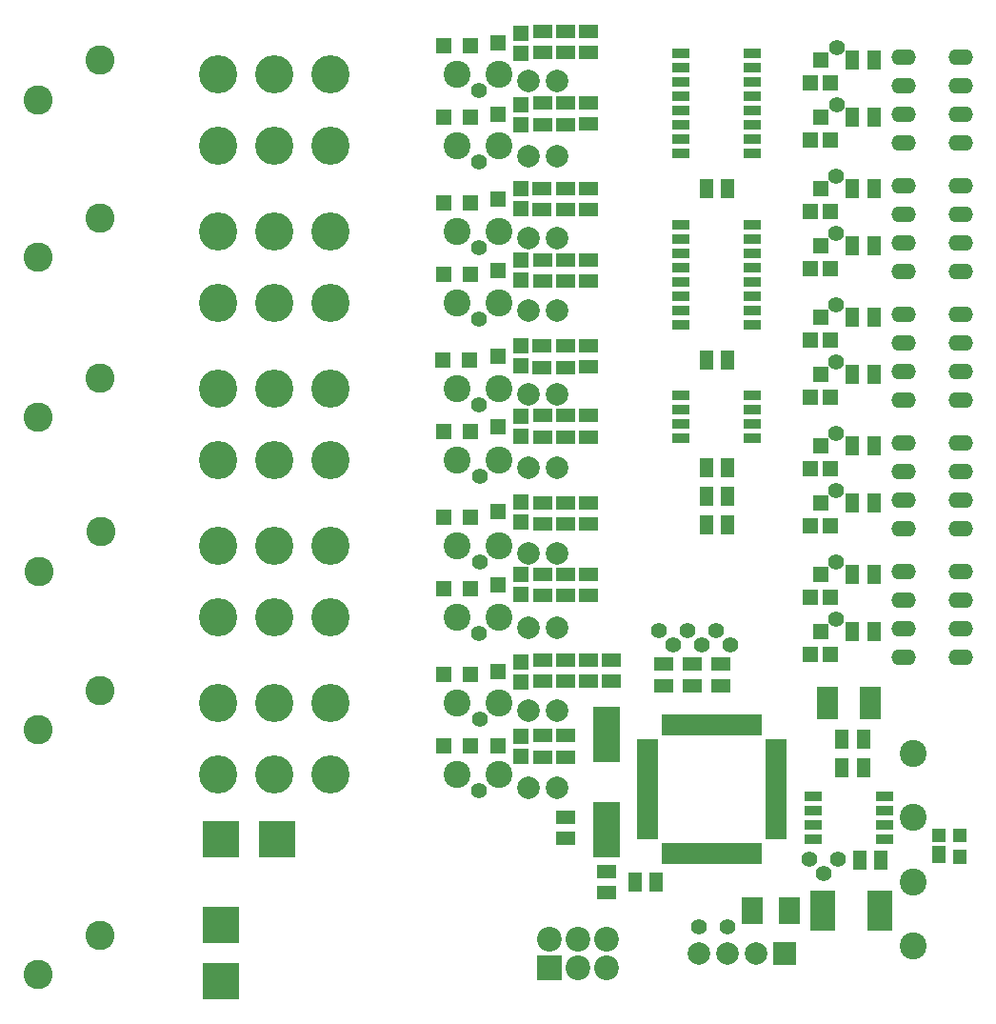
<source format=gbr>
G04 #@! TF.GenerationSoftware,KiCad,Pcbnew,5.0.0-fee4fd1~66~ubuntu16.04.1*
G04 #@! TF.CreationDate,2018-09-26T20:30:15+02:00*
G04 #@! TF.ProjectId,motor_switch_3pole_5x,6D6F746F725F7377697463685F33706F,A*
G04 #@! TF.SameCoordinates,Original*
G04 #@! TF.FileFunction,Soldermask,Bot*
G04 #@! TF.FilePolarity,Negative*
%FSLAX46Y46*%
G04 Gerber Fmt 4.6, Leading zero omitted, Abs format (unit mm)*
G04 Created by KiCad (PCBNEW 5.0.0-fee4fd1~66~ubuntu16.04.1) date Wed Sep 26 20:30:15 2018*
%MOMM*%
%LPD*%
G01*
G04 APERTURE LIST*
%ADD10R,1.543000X0.908000*%
%ADD11C,2.400000*%
%ADD12C,2.000000*%
%ADD13R,2.000000X2.000000*%
%ADD14R,2.200000X2.200000*%
%ADD15C,2.200000*%
%ADD16C,3.400000*%
%ADD17C,2.600000*%
%ADD18R,1.797000X1.289000*%
%ADD19R,1.314400X1.314400*%
%ADD20C,1.250000*%
%ADD21C,0.100000*%
%ADD22R,1.250000X1.250000*%
%ADD23R,1.250000X1.600000*%
%ADD24R,2.180540X3.600400*%
%ADD25O,2.200000X1.400000*%
%ADD26R,1.289000X1.797000*%
%ADD27R,1.924000X2.432000*%
%ADD28R,1.901140X2.899360*%
%ADD29R,2.398980X4.900880*%
%ADD30R,0.950000X1.900000*%
%ADD31R,1.900000X0.950000*%
%ADD32R,3.300000X3.300000*%
%ADD33C,1.400000*%
G04 APERTURE END LIST*
D10*
G04 #@! TO.C,U1*
X169215000Y-61595000D03*
X162865000Y-62865000D03*
X162865000Y-61595000D03*
X162865000Y-60325000D03*
X162865000Y-59055000D03*
X162865000Y-57785000D03*
X162865000Y-56515000D03*
X162865000Y-55245000D03*
X162865000Y-53975000D03*
X169215000Y-53975000D03*
X169215000Y-55245000D03*
X169215000Y-56515000D03*
X169215000Y-57785000D03*
X169215000Y-59055000D03*
X169215000Y-60325000D03*
X169215000Y-62865000D03*
G04 #@! TD*
G04 #@! TO.C,U2*
X169215000Y-76835000D03*
X162865000Y-78105000D03*
X162865000Y-76835000D03*
X162865000Y-75565000D03*
X162865000Y-74295000D03*
X162865000Y-73025000D03*
X162865000Y-71755000D03*
X162865000Y-70485000D03*
X162865000Y-69215000D03*
X169215000Y-69215000D03*
X169215000Y-70485000D03*
X169215000Y-71755000D03*
X169215000Y-73025000D03*
X169215000Y-74295000D03*
X169215000Y-75565000D03*
X169215000Y-78105000D03*
G04 #@! TD*
G04 #@! TO.C,U3*
X162865000Y-88165000D03*
X162865000Y-86895000D03*
X162865000Y-85625000D03*
X162865000Y-84355000D03*
X169215000Y-84355000D03*
X169215000Y-85625000D03*
X169215000Y-86895000D03*
X169215000Y-88165000D03*
G04 #@! TD*
G04 #@! TO.C,U6*
X174625000Y-123825000D03*
X174625000Y-122555000D03*
X174625000Y-121285000D03*
X174625000Y-120015000D03*
X180975000Y-120015000D03*
X180975000Y-121285000D03*
X180975000Y-122555000D03*
X180975000Y-123825000D03*
G04 #@! TD*
D11*
G04 #@! TO.C,J13*
X183515000Y-133350000D03*
G04 #@! TD*
G04 #@! TO.C,J14*
X183515000Y-127635000D03*
G04 #@! TD*
G04 #@! TO.C,J15*
X183515000Y-121920000D03*
G04 #@! TD*
G04 #@! TO.C,J16*
X183515000Y-116205000D03*
G04 #@! TD*
D12*
G04 #@! TO.C,U7*
X164465000Y-133985000D03*
X167005000Y-133985000D03*
X169545000Y-133985000D03*
D13*
X172085000Y-133985000D03*
G04 #@! TD*
D14*
G04 #@! TO.C,J12*
X151130000Y-135255000D03*
D15*
X151130000Y-132715000D03*
X153670000Y-135255000D03*
X153670000Y-132715000D03*
X156210000Y-135255000D03*
X156210000Y-132715000D03*
G04 #@! TD*
D12*
G04 #@! TO.C,D23*
X149276000Y-56440000D03*
X151816000Y-56440000D03*
G04 #@! TD*
G04 #@! TO.C,D24*
X149276000Y-63146000D03*
X151816000Y-63146000D03*
G04 #@! TD*
G04 #@! TO.C,D25*
X149276000Y-70440000D03*
X151816000Y-70440000D03*
G04 #@! TD*
G04 #@! TO.C,D26*
X149276000Y-76862000D03*
X151816000Y-76862000D03*
G04 #@! TD*
G04 #@! TO.C,D27*
X149276000Y-84291500D03*
X151816000Y-84291500D03*
G04 #@! TD*
G04 #@! TO.C,D28*
X149276000Y-90832000D03*
X151816000Y-90832000D03*
G04 #@! TD*
G04 #@! TO.C,D29*
X149276000Y-98452000D03*
X151816000Y-98452000D03*
G04 #@! TD*
G04 #@! TO.C,D30*
X149276000Y-105056000D03*
X151816000Y-105056000D03*
G04 #@! TD*
G04 #@! TO.C,D31*
X149276000Y-112422000D03*
X151816000Y-112422000D03*
G04 #@! TD*
G04 #@! TO.C,D32*
X149276000Y-119280000D03*
X151816000Y-119280000D03*
G04 #@! TD*
D16*
G04 #@! TO.C,REL5*
X121685000Y-83820000D03*
X126685000Y-83820000D03*
X131685000Y-83820000D03*
D11*
X142935000Y-83820000D03*
X146685000Y-83820000D03*
G04 #@! TD*
D16*
G04 #@! TO.C,REL1*
X121685000Y-55880000D03*
X126685000Y-55880000D03*
X131685000Y-55880000D03*
D11*
X142935000Y-55880000D03*
X146685000Y-55880000D03*
G04 #@! TD*
D16*
G04 #@! TO.C,REL2*
X121685000Y-62230000D03*
X126685000Y-62230000D03*
X131685000Y-62230000D03*
D11*
X142935000Y-62230000D03*
X146685000Y-62230000D03*
G04 #@! TD*
D16*
G04 #@! TO.C,REL3*
X121685000Y-69850000D03*
X126685000Y-69850000D03*
X131685000Y-69850000D03*
D11*
X142935000Y-69850000D03*
X146685000Y-69850000D03*
G04 #@! TD*
D16*
G04 #@! TO.C,REL4*
X121685000Y-76200000D03*
X126685000Y-76200000D03*
X131685000Y-76200000D03*
D11*
X142935000Y-76200000D03*
X146685000Y-76200000D03*
G04 #@! TD*
D16*
G04 #@! TO.C,REL6*
X121685000Y-90170000D03*
X126685000Y-90170000D03*
X131685000Y-90170000D03*
D11*
X142935000Y-90170000D03*
X146685000Y-90170000D03*
G04 #@! TD*
D16*
G04 #@! TO.C,REL7*
X121685000Y-97790000D03*
X126685000Y-97790000D03*
X131685000Y-97790000D03*
D11*
X142935000Y-97790000D03*
X146685000Y-97790000D03*
G04 #@! TD*
D16*
G04 #@! TO.C,REL8*
X121685000Y-104140000D03*
X126685000Y-104140000D03*
X131685000Y-104140000D03*
D11*
X142935000Y-104140000D03*
X146685000Y-104140000D03*
G04 #@! TD*
D16*
G04 #@! TO.C,REL9*
X121685000Y-111760000D03*
X126685000Y-111760000D03*
X131685000Y-111760000D03*
D11*
X142935000Y-111760000D03*
X146685000Y-111760000D03*
G04 #@! TD*
D16*
G04 #@! TO.C,REL10*
X121685000Y-118110000D03*
X126685000Y-118110000D03*
X131685000Y-118110000D03*
D11*
X142935000Y-118110000D03*
X146685000Y-118110000D03*
G04 #@! TD*
D17*
G04 #@! TO.C,J2*
X105710000Y-58110000D03*
X111210000Y-54610000D03*
G04 #@! TD*
D18*
G04 #@! TO.C,R20*
X152578000Y-116522500D03*
X152578000Y-114617500D03*
G04 #@! TD*
G04 #@! TO.C,R15*
X150546000Y-109818500D03*
X150546000Y-107913500D03*
G04 #@! TD*
D19*
G04 #@! TO.C,Q7*
X146558000Y-94742000D03*
X148590000Y-93853000D03*
X148590000Y-95631000D03*
G04 #@! TD*
G04 #@! TO.C,D11*
X175260000Y-54610000D03*
X176149000Y-56642000D03*
X174371000Y-56642000D03*
G04 #@! TD*
G04 #@! TO.C,D12*
X175260000Y-59690000D03*
X176149000Y-61722000D03*
X174371000Y-61722000D03*
G04 #@! TD*
G04 #@! TO.C,D13*
X175260000Y-66040000D03*
X176149000Y-68072000D03*
X174371000Y-68072000D03*
G04 #@! TD*
G04 #@! TO.C,D14*
X175260000Y-71120000D03*
X176149000Y-73152000D03*
X174371000Y-73152000D03*
G04 #@! TD*
G04 #@! TO.C,D15*
X175260000Y-77470000D03*
X176149000Y-79502000D03*
X174371000Y-79502000D03*
G04 #@! TD*
G04 #@! TO.C,D16*
X175260000Y-82550000D03*
X176149000Y-84582000D03*
X174371000Y-84582000D03*
G04 #@! TD*
G04 #@! TO.C,D17*
X175260000Y-88900000D03*
X176149000Y-90932000D03*
X174371000Y-90932000D03*
G04 #@! TD*
G04 #@! TO.C,D18*
X175260000Y-93980000D03*
X176149000Y-96012000D03*
X174371000Y-96012000D03*
G04 #@! TD*
G04 #@! TO.C,D19*
X175260000Y-100330000D03*
X176149000Y-102362000D03*
X174371000Y-102362000D03*
G04 #@! TD*
G04 #@! TO.C,D20*
X175260000Y-105410000D03*
X176149000Y-107442000D03*
X174371000Y-107442000D03*
G04 #@! TD*
D20*
G04 #@! TO.C,D22*
X187640000Y-125410000D03*
D21*
G36*
X188265000Y-126035000D02*
X187015000Y-126035000D01*
X187015000Y-124785000D01*
X188265000Y-124785000D01*
X188265000Y-126035000D01*
X188265000Y-126035000D01*
G37*
D22*
X187640000Y-123510000D03*
X185740000Y-123510000D03*
D23*
X185740000Y-125229620D03*
G04 #@! TD*
D24*
G04 #@! TO.C,F2*
X180489200Y-130175000D03*
X175485400Y-130175000D03*
G04 #@! TD*
D17*
G04 #@! TO.C,J1*
X105710000Y-135890000D03*
X111210000Y-132390000D03*
G04 #@! TD*
G04 #@! TO.C,J3*
X105710000Y-72110000D03*
X111210000Y-68610000D03*
G04 #@! TD*
G04 #@! TO.C,J4*
X105710000Y-86360000D03*
X111210000Y-82860000D03*
G04 #@! TD*
G04 #@! TO.C,J5*
X105810000Y-100020000D03*
X111310000Y-96520000D03*
G04 #@! TD*
G04 #@! TO.C,J6*
X105710000Y-114110000D03*
X111210000Y-110610000D03*
G04 #@! TD*
D25*
G04 #@! TO.C,J7*
X182626000Y-61976000D03*
X182626000Y-59436000D03*
X182626000Y-56896000D03*
X182626000Y-54356000D03*
X187706000Y-61976000D03*
X187706000Y-59436000D03*
X187706000Y-54356000D03*
X187706000Y-56896000D03*
G04 #@! TD*
G04 #@! TO.C,J8*
X182626000Y-73406000D03*
X182626000Y-70866000D03*
X182626000Y-68326000D03*
X182626000Y-65786000D03*
X187706000Y-73406000D03*
X187706000Y-70866000D03*
X187706000Y-65786000D03*
X187706000Y-68326000D03*
G04 #@! TD*
G04 #@! TO.C,J9*
X182626000Y-84836000D03*
X182626000Y-82296000D03*
X182626000Y-79756000D03*
X182626000Y-77216000D03*
X187706000Y-84836000D03*
X187706000Y-82296000D03*
X187706000Y-77216000D03*
X187706000Y-79756000D03*
G04 #@! TD*
G04 #@! TO.C,J10*
X182626000Y-96266000D03*
X182626000Y-93726000D03*
X182626000Y-91186000D03*
X182626000Y-88646000D03*
X187706000Y-96266000D03*
X187706000Y-93726000D03*
X187706000Y-88646000D03*
X187706000Y-91186000D03*
G04 #@! TD*
G04 #@! TO.C,J11*
X182626000Y-107696000D03*
X182626000Y-105156000D03*
X182626000Y-102616000D03*
X182626000Y-100076000D03*
X187706000Y-107696000D03*
X187706000Y-105156000D03*
X187706000Y-100076000D03*
X187706000Y-102616000D03*
G04 #@! TD*
D19*
G04 #@! TO.C,Q1*
X146558000Y-53086000D03*
X148590000Y-52197000D03*
X148590000Y-53975000D03*
G04 #@! TD*
G04 #@! TO.C,Q2*
X146558000Y-59436000D03*
X148590000Y-58547000D03*
X148590000Y-60325000D03*
G04 #@! TD*
G04 #@! TO.C,Q3*
X146558000Y-66929000D03*
X148590000Y-66040000D03*
X148590000Y-67818000D03*
G04 #@! TD*
G04 #@! TO.C,Q4*
X146558000Y-73279000D03*
X148590000Y-72390000D03*
X148590000Y-74168000D03*
G04 #@! TD*
G04 #@! TO.C,Q5*
X146558000Y-80899000D03*
X148590000Y-80010000D03*
X148590000Y-81788000D03*
G04 #@! TD*
G04 #@! TO.C,Q6*
X146558000Y-87149000D03*
X148590000Y-86260000D03*
X148590000Y-88038000D03*
G04 #@! TD*
G04 #@! TO.C,Q8*
X146558000Y-101219000D03*
X148590000Y-100330000D03*
X148590000Y-102108000D03*
G04 #@! TD*
G04 #@! TO.C,Q9*
X146558000Y-108966000D03*
X148590000Y-108077000D03*
X148590000Y-109855000D03*
G04 #@! TD*
G04 #@! TO.C,Q10*
X146558000Y-115570000D03*
X148590000Y-114681000D03*
X148590000Y-116459000D03*
G04 #@! TD*
D26*
G04 #@! TO.C,C1*
X165087500Y-66040000D03*
X166992500Y-66040000D03*
G04 #@! TD*
G04 #@! TO.C,C2*
X165087500Y-81280000D03*
X166992500Y-81280000D03*
G04 #@! TD*
G04 #@! TO.C,C3*
X160655000Y-127635000D03*
X158750000Y-127635000D03*
G04 #@! TD*
G04 #@! TO.C,C4*
X165087500Y-90805000D03*
X166992500Y-90805000D03*
G04 #@! TD*
D18*
G04 #@! TO.C,C5*
X156210000Y-128587500D03*
X156210000Y-126682500D03*
G04 #@! TD*
G04 #@! TO.C,C6*
X156642000Y-107913500D03*
X156642000Y-109818500D03*
G04 #@! TD*
D26*
G04 #@! TO.C,C7*
X179070000Y-114935000D03*
X177165000Y-114935000D03*
G04 #@! TD*
D27*
G04 #@! TO.C,C8*
X172466000Y-130175000D03*
X169164000Y-130175000D03*
G04 #@! TD*
D26*
G04 #@! TO.C,C9*
X180645000Y-125730000D03*
X178740000Y-125730000D03*
G04 #@! TD*
D19*
G04 #@! TO.C,D1*
X141792960Y-53340000D03*
X144145000Y-53340000D03*
G04 #@! TD*
G04 #@! TO.C,D2*
X141792960Y-59690000D03*
X144145000Y-59690000D03*
G04 #@! TD*
G04 #@! TO.C,D3*
X141792960Y-67310000D03*
X144145000Y-67310000D03*
G04 #@! TD*
G04 #@! TO.C,D4*
X141792960Y-73660000D03*
X144145000Y-73660000D03*
G04 #@! TD*
G04 #@! TO.C,D5*
X141698980Y-81280000D03*
X144051020Y-81280000D03*
G04 #@! TD*
G04 #@! TO.C,D6*
X141792960Y-87630000D03*
X144145000Y-87630000D03*
G04 #@! TD*
G04 #@! TO.C,D7*
X141792960Y-95250000D03*
X144145000Y-95250000D03*
G04 #@! TD*
G04 #@! TO.C,D8*
X141792960Y-101600000D03*
X144145000Y-101600000D03*
G04 #@! TD*
G04 #@! TO.C,D9*
X141792960Y-109220000D03*
X144145000Y-109220000D03*
G04 #@! TD*
G04 #@! TO.C,D10*
X141792960Y-115570000D03*
X144145000Y-115570000D03*
G04 #@! TD*
D28*
G04 #@! TO.C,D21*
X175895000Y-111760000D03*
X179705000Y-111760000D03*
G04 #@! TD*
D18*
G04 #@! TO.C,R1*
X150546000Y-53938500D03*
X150546000Y-52033500D03*
G04 #@! TD*
G04 #@! TO.C,R2*
X150546000Y-60325000D03*
X150546000Y-58420000D03*
G04 #@! TD*
G04 #@! TO.C,R3*
X150495000Y-67908500D03*
X150495000Y-66003500D03*
G04 #@! TD*
G04 #@! TO.C,R4*
X150546000Y-74258500D03*
X150546000Y-72353500D03*
G04 #@! TD*
G04 #@! TO.C,R5*
X150495000Y-81915000D03*
X150495000Y-80010000D03*
G04 #@! TD*
G04 #@! TO.C,R6*
X150546000Y-88101500D03*
X150546000Y-86196500D03*
G04 #@! TD*
G04 #@! TO.C,R7*
X152578000Y-53938500D03*
X152578000Y-52033500D03*
G04 #@! TD*
G04 #@! TO.C,R8*
X152578000Y-60325000D03*
X152578000Y-58420000D03*
G04 #@! TD*
G04 #@! TO.C,R9*
X152578000Y-67908500D03*
X152578000Y-66003500D03*
G04 #@! TD*
G04 #@! TO.C,R10*
X152578000Y-74258500D03*
X152578000Y-72353500D03*
G04 #@! TD*
G04 #@! TO.C,R11*
X152578000Y-81915000D03*
X152578000Y-80010000D03*
G04 #@! TD*
G04 #@! TO.C,R12*
X152578000Y-88101500D03*
X152578000Y-86196500D03*
G04 #@! TD*
G04 #@! TO.C,R13*
X150546000Y-95848500D03*
X150546000Y-93943500D03*
G04 #@! TD*
G04 #@! TO.C,R14*
X150546000Y-102198500D03*
X150546000Y-100293500D03*
G04 #@! TD*
G04 #@! TO.C,R16*
X150546000Y-116522500D03*
X150546000Y-114617500D03*
G04 #@! TD*
G04 #@! TO.C,R17*
X152578000Y-95848500D03*
X152578000Y-93943500D03*
G04 #@! TD*
G04 #@! TO.C,R18*
X152578000Y-102198500D03*
X152578000Y-100293500D03*
G04 #@! TD*
G04 #@! TO.C,R19*
X152578000Y-109818500D03*
X152578000Y-107913500D03*
G04 #@! TD*
D26*
G04 #@! TO.C,R21*
X180022500Y-54610000D03*
X178117500Y-54610000D03*
G04 #@! TD*
G04 #@! TO.C,R22*
X180022500Y-59690000D03*
X178117500Y-59690000D03*
G04 #@! TD*
G04 #@! TO.C,R23*
X180022500Y-66040000D03*
X178117500Y-66040000D03*
G04 #@! TD*
G04 #@! TO.C,R24*
X180022500Y-71120000D03*
X178117500Y-71120000D03*
G04 #@! TD*
G04 #@! TO.C,R25*
X180022500Y-77470000D03*
X178117500Y-77470000D03*
G04 #@! TD*
G04 #@! TO.C,R26*
X180022500Y-82550000D03*
X178117500Y-82550000D03*
G04 #@! TD*
G04 #@! TO.C,R27*
X180022500Y-88900000D03*
X178117500Y-88900000D03*
G04 #@! TD*
G04 #@! TO.C,R28*
X180022500Y-93980000D03*
X178117500Y-93980000D03*
G04 #@! TD*
G04 #@! TO.C,R29*
X180022500Y-100330000D03*
X178117500Y-100330000D03*
G04 #@! TD*
G04 #@! TO.C,R30*
X180022500Y-105410000D03*
X178117500Y-105410000D03*
G04 #@! TD*
G04 #@! TO.C,R31*
X165087500Y-95885000D03*
X166992500Y-95885000D03*
G04 #@! TD*
D18*
G04 #@! TO.C,R32*
X163830000Y-108267500D03*
X163830000Y-110172500D03*
G04 #@! TD*
G04 #@! TO.C,R33*
X161290000Y-108267500D03*
X161290000Y-110172500D03*
G04 #@! TD*
G04 #@! TO.C,R34*
X166370000Y-108267500D03*
X166370000Y-110172500D03*
G04 #@! TD*
D26*
G04 #@! TO.C,R35*
X165087500Y-93345000D03*
X166992500Y-93345000D03*
G04 #@! TD*
G04 #@! TO.C,R36*
X177165000Y-117475000D03*
X179070000Y-117475000D03*
G04 #@! TD*
D29*
G04 #@! TO.C,U5*
X156210000Y-114495580D03*
X156210000Y-122994420D03*
G04 #@! TD*
D30*
G04 #@! TO.C,U4*
X161595000Y-125080000D03*
X162395000Y-125080000D03*
X163195000Y-125080000D03*
X163995000Y-125080000D03*
X164795000Y-125080000D03*
X165595000Y-125080000D03*
X166395000Y-125080000D03*
X167195000Y-125080000D03*
X167995000Y-125080000D03*
X168795000Y-125080000D03*
X169595000Y-125080000D03*
D31*
X171295000Y-123380000D03*
X171295000Y-122580000D03*
X171295000Y-121780000D03*
X171295000Y-120980000D03*
X171295000Y-120180000D03*
X171295000Y-119380000D03*
X171295000Y-118580000D03*
X171295000Y-117780000D03*
X171295000Y-116980000D03*
X171295000Y-116180000D03*
X171295000Y-115380000D03*
D30*
X169595000Y-113680000D03*
X168795000Y-113680000D03*
X167995000Y-113680000D03*
X167195000Y-113680000D03*
X166395000Y-113680000D03*
X165595000Y-113680000D03*
X164795000Y-113680000D03*
X163995000Y-113680000D03*
X163195000Y-113680000D03*
X162395000Y-113680000D03*
X161595000Y-113680000D03*
D31*
X159895000Y-115380000D03*
X159895000Y-116180000D03*
X159895000Y-116980000D03*
X159895000Y-117780000D03*
X159895000Y-118580000D03*
X159895000Y-119380000D03*
X159895000Y-120180000D03*
X159895000Y-120980000D03*
X159895000Y-121780000D03*
X159895000Y-122580000D03*
X159895000Y-123380000D03*
G04 #@! TD*
D32*
G04 #@! TO.C,J17*
X121920000Y-131445000D03*
X121920000Y-136443720D03*
G04 #@! TD*
G04 #@! TO.C,J18*
X126918720Y-123825000D03*
X121920000Y-123825000D03*
G04 #@! TD*
D18*
G04 #@! TO.C,R37*
X154610000Y-52033500D03*
X154610000Y-53938500D03*
G04 #@! TD*
G04 #@! TO.C,R38*
X154610000Y-58383500D03*
X154610000Y-60288500D03*
G04 #@! TD*
G04 #@! TO.C,R39*
X154610000Y-66003500D03*
X154610000Y-67908500D03*
G04 #@! TD*
G04 #@! TO.C,R40*
X154610000Y-72353500D03*
X154610000Y-74258500D03*
G04 #@! TD*
G04 #@! TO.C,R41*
X154610000Y-79973500D03*
X154610000Y-81878500D03*
G04 #@! TD*
G04 #@! TO.C,R42*
X154610000Y-86196500D03*
X154610000Y-88101500D03*
G04 #@! TD*
G04 #@! TO.C,R43*
X154610000Y-93943500D03*
X154610000Y-95848500D03*
G04 #@! TD*
G04 #@! TO.C,R44*
X154610000Y-100293500D03*
X154610000Y-102198500D03*
G04 #@! TD*
G04 #@! TO.C,R45*
X154610000Y-107913500D03*
X154610000Y-109818500D03*
G04 #@! TD*
G04 #@! TO.C,R46*
X152578000Y-123788500D03*
X152578000Y-121883500D03*
G04 #@! TD*
D33*
G04 #@! TO.C,J19*
X144908000Y-57304000D03*
G04 #@! TD*
G04 #@! TO.C,J20*
X144908000Y-63654000D03*
G04 #@! TD*
G04 #@! TO.C,J21*
X144908000Y-71274000D03*
G04 #@! TD*
G04 #@! TO.C,J22*
X144908000Y-77624000D03*
G04 #@! TD*
G04 #@! TO.C,J23*
X144908000Y-85244000D03*
G04 #@! TD*
G04 #@! TO.C,J24*
X144959000Y-91594000D03*
G04 #@! TD*
G04 #@! TO.C,J25*
X144958000Y-99214000D03*
G04 #@! TD*
G04 #@! TO.C,J26*
X144908000Y-105564000D03*
G04 #@! TD*
G04 #@! TO.C,J27*
X144958000Y-113184000D03*
G04 #@! TD*
G04 #@! TO.C,J28*
X144908000Y-119534000D03*
G04 #@! TD*
G04 #@! TO.C,J29*
X162180000Y-106580000D03*
G04 #@! TD*
G04 #@! TO.C,J30*
X164466000Y-131599000D03*
G04 #@! TD*
G04 #@! TO.C,J31*
X167006000Y-131599000D03*
G04 #@! TD*
G04 #@! TO.C,J32*
X176708000Y-53494000D03*
G04 #@! TD*
G04 #@! TO.C,J33*
X176708000Y-58574000D03*
G04 #@! TD*
G04 #@! TO.C,J34*
X176658000Y-64924000D03*
G04 #@! TD*
G04 #@! TO.C,J35*
X176658000Y-70004000D03*
G04 #@! TD*
G04 #@! TO.C,J36*
X176658000Y-76354000D03*
G04 #@! TD*
G04 #@! TO.C,J37*
X176658000Y-81434000D03*
G04 #@! TD*
G04 #@! TO.C,J38*
X176658000Y-87784000D03*
G04 #@! TD*
G04 #@! TO.C,J39*
X176658000Y-92864000D03*
G04 #@! TD*
G04 #@! TO.C,J40*
X176658000Y-99214000D03*
G04 #@! TD*
G04 #@! TO.C,J41*
X176658000Y-104294000D03*
G04 #@! TD*
G04 #@! TO.C,J42*
X160910000Y-105310000D03*
G04 #@! TD*
G04 #@! TO.C,J43*
X163450000Y-105310000D03*
G04 #@! TD*
G04 #@! TO.C,J44*
X165990000Y-105310000D03*
G04 #@! TD*
G04 #@! TO.C,J45*
X167260000Y-106580000D03*
G04 #@! TD*
G04 #@! TO.C,J46*
X164720000Y-106580000D03*
G04 #@! TD*
G04 #@! TO.C,J47*
X175565000Y-126900000D03*
G04 #@! TD*
G04 #@! TO.C,J48*
X176785000Y-125630000D03*
G04 #@! TD*
G04 #@! TO.C,J49*
X174295000Y-125630000D03*
G04 #@! TD*
M02*

</source>
